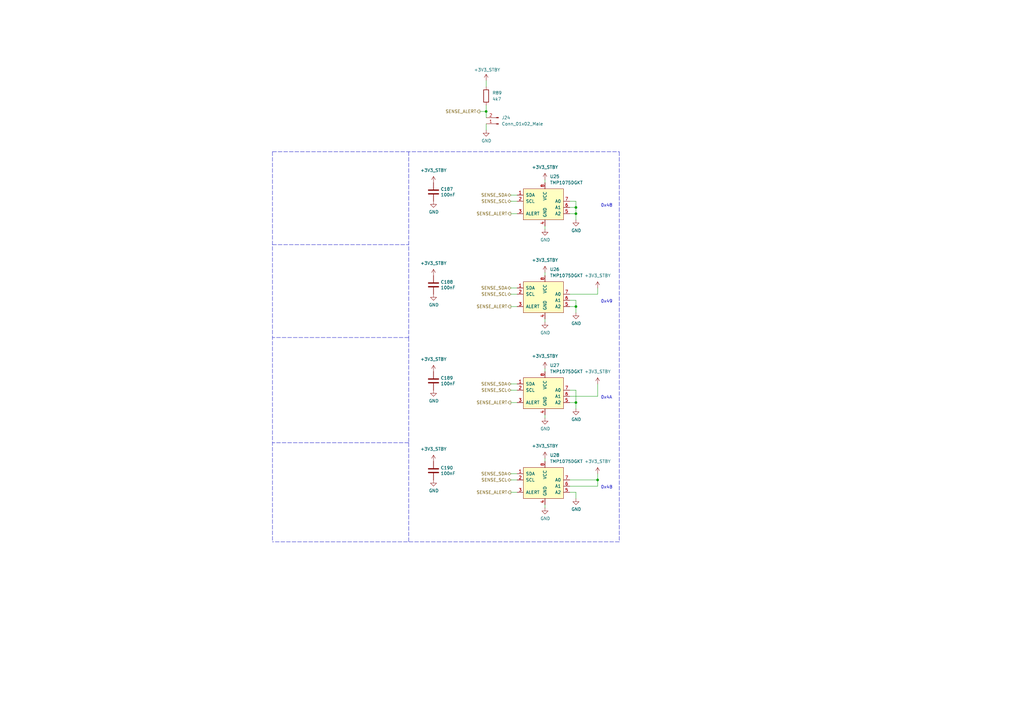
<source format=kicad_sch>
(kicad_sch (version 20211123) (generator eeschema)
  (paper "A3")
  (title_block (title "ATCA Template") (date "2023-01-05") (rev "1.0") (company "Karlsruhe Institute of Technology (KIT)") (comment 1 "Carsten Schmerbeck") (comment 2 "Luis Ardila") (comment 4 "Licensed under CERN-OHL-P v2"))
  (lib_symbols
    (symbol "Connector:Conn_01x02_Male" (pin_names (offset 1.016) hide)
      (property "Reference" "J" (at 0 2.54 0))
      (property "Value" "Conn_01x02_Male" (at 0 -5.08 0))
      (symbol "Conn_01x02_Male_1_1"
        (polyline (pts (xy 1.27 -2.54) (xy 0.8636 -2.54)) (stroke (width 0.1524)))
        (polyline (pts (xy 1.27 0) (xy 0.8636 0)) (stroke (width 0.1524)))
        (rectangle (start 0.8636 -2.413) (end 0 -2.667) (stroke (width 0.1524)) (fill (type outline)))
        (rectangle (start 0.8636 0.127) (end 0 -0.127) (stroke (width 0.1524)) (fill (type outline)))
        (pin passive line (at 5.08 0 180) (length 3.81) (name "Pin_1") (number "1"))
        (pin passive line (at 5.08 -2.54 180) (length 3.81) (name "Pin_2") (number "2"))
      )
    )
    (symbol "Device:C" (pin_numbers hide) (pin_names (offset 0.254))
      (property "Reference" "C" (at 0.635 2.54 0))
      (property "Value" "C" (at 0.635 -2.54 0))
      (symbol "C_0_1"
        (polyline (pts (xy -2.032 -0.762) (xy 2.032 -0.762)) (stroke (width 0.508)))
        (polyline (pts (xy -2.032 0.762) (xy 2.032 0.762)) (stroke (width 0.508)))
      )
      (symbol "C_1_1"
        (pin passive line (at 0 3.81 270) (length 2.794) (name "~") (number "1"))
        (pin passive line (at 0 -3.81 90) (length 2.794) (name "~") (number "2"))
      )
    )
    (symbol "Device:R" (pin_numbers hide) (pin_names (offset 0))
      (property "Reference" "R" (at 2.032 0 90))
      (property "Value" "R" (at 0 0 90))
      (symbol "R_0_1"
        (rectangle (start -1.016 -2.54) (end 1.016 2.54) (stroke (width 0.254)))
      )
      (symbol "R_1_1"
        (pin passive line (at 0 3.81 270) (length 1.27) (name "~") (number "1"))
        (pin passive line (at 0 -3.81 90) (length 1.27) (name "~") (number "2"))
      )
    )
    (symbol "KIT_Power:+3V3_STBY" (power) (pin_names (offset 0))
      (property "Value" "+3V3_STBY" (at 0 3.556 0))
      (symbol "+3V3_STBY_0_1"
        (polyline (pts (xy -0.762 1.27) (xy 0 2.54)))
        (polyline (pts (xy 0 0) (xy 0 2.54)))
        (polyline (pts (xy 0 2.54) (xy 0.762 1.27)))
      )
      (symbol "+3V3_STBY_1_1"
        (pin power_in line (at 0 0 90) (length 0) hide (name "+3V3_STBY") (number "1"))
      )
    )
    (symbol "KIT_Sensor_Temperature:TMP1075DGKT" (pin_names (offset 1.016))
      (property "Reference" "U25" (at 15.24 3.81 0))
      (property "Value" "TMP1075DGKT" (at 3.81 3.81 0))
      (symbol "TMP1075DGKT_0_1"
        (rectangle (start 2.54 2.54) (end 19.05 -10.16) (fill (type background)))
      )
      (symbol "TMP1075DGKT_1_1"
        (pin input line (at 0 0 0) (length 2.54) (name "SDA") (number "1"))
        (pin input line (at 0 -2.54 0) (length 2.54) (name "SCL") (number "2"))
        (pin open_collector line (at 0 -7.62 0) (length 2.54) (name "ALERT") (number "3"))
        (pin power_in line (at 11.43 -12.7 90) (length 2.54) (name "GND") (number "4"))
        (pin input line (at 21.59 -7.62 180) (length 2.54) (name "A2") (number "5"))
        (pin input line (at 21.59 -5.08 180) (length 2.54) (name "A1") (number "6"))
        (pin input line (at 21.59 -2.54 180) (length 2.54) (name "A0") (number "7"))
        (pin power_in line (at 11.43 5.08 270) (length 2.54) (name "VCC") (number "8"))
      )
    )
    (symbol "power:GND" (power) (pin_names (offset 0))
      (property "Value" "GND" (at 0 -3.81 0))
      (symbol "GND_0_1"
        (polyline (pts (xy 0 0) (xy 0 -1.27) (xy 1.27 -1.27) (xy 0 -2.54) (xy -1.27 -1.27) (xy 0 -1.27)))
      )
      (symbol "GND_1_1"
        (pin power_in line (at 0 0 270) (length 0) hide (name "GND") (number "1"))
      )
    )
  )
  (junction (at 236.22 125.73))
  (junction (at 199.39 45.72))
  (junction (at 236.22 85.09))
  (junction (at 245.11 196.85))
  (junction (at 236.22 165.1))
  (junction (at 236.22 87.63))
  (wire (pts (xy 209.55 82.55) (xy 212.09 82.55)))
  (wire (pts (xy 209.55 160.02) (xy 212.09 160.02)))
  (wire (pts (xy 199.39 43.18) (xy 199.39 45.72)))
  (wire (pts (xy 236.22 160.02) (xy 236.22 165.1)))
  (wire (pts (xy 199.39 50.8) (xy 199.39 53.34)))
  (wire (pts (xy 236.22 125.73) (xy 236.22 128.27)))
  (polyline (pts (xy 111.76 100.33) (xy 167.64 100.33)))
  (wire (pts (xy 245.11 118.11) (xy 245.11 120.65)))
  (wire (pts (xy 233.68 123.19) (xy 236.22 123.19)))
  (polyline (pts (xy 254 62.23) (xy 254 222.25)))
  (wire (pts (xy 223.52 187.96) (xy 223.52 189.23)))
  (wire (pts (xy 223.52 111.76) (xy 223.52 113.03)))
  (wire (pts (xy 233.68 199.39) (xy 245.11 199.39)))
  (wire (pts (xy 233.68 160.02) (xy 236.22 160.02)))
  (polyline (pts (xy 167.64 138.43) (xy 167.64 181.61)))
  (wire (pts (xy 236.22 201.93) (xy 236.22 204.47)))
  (wire (pts (xy 209.55 120.65) (xy 212.09 120.65)))
  (wire (pts (xy 199.39 33.02) (xy 199.39 35.56)))
  (wire (pts (xy 209.55 125.73) (xy 212.09 125.73)))
  (wire (pts (xy 233.68 162.56) (xy 245.11 162.56)))
  (wire (pts (xy 233.68 165.1) (xy 236.22 165.1)))
  (polyline (pts (xy 167.64 181.61) (xy 167.64 222.25)))
  (wire (pts (xy 236.22 165.1) (xy 236.22 167.64)))
  (wire (pts (xy 236.22 123.19) (xy 236.22 125.73)))
  (polyline (pts (xy 254 222.25) (xy 111.76 222.25)))
  (wire (pts (xy 245.11 162.56) (xy 245.11 157.48)))
  (wire (pts (xy 223.52 208.28) (xy 223.52 207.01)))
  (polyline (pts (xy 167.64 62.23) (xy 167.64 138.43)))
  (wire (pts (xy 223.52 132.08) (xy 223.52 130.81)))
  (wire (pts (xy 223.52 73.66) (xy 223.52 74.93)))
  (wire (pts (xy 236.22 85.09) (xy 236.22 87.63)))
  (wire (pts (xy 233.68 196.85) (xy 245.11 196.85)))
  (wire (pts (xy 209.55 201.93) (xy 212.09 201.93)))
  (polyline (pts (xy 111.76 62.23) (xy 111.76 222.25)))
  (polyline (pts (xy 167.64 138.43) (xy 111.76 138.43)))
  (wire (pts (xy 209.55 165.1) (xy 212.09 165.1)))
  (wire (pts (xy 223.52 93.98) (xy 223.52 92.71)))
  (wire (pts (xy 212.09 194.31) (xy 209.55 194.31)))
  (wire (pts (xy 233.68 85.09) (xy 236.22 85.09)))
  (wire (pts (xy 236.22 82.55) (xy 236.22 85.09)))
  (polyline (pts (xy 111.76 62.23) (xy 254 62.23)))
  (wire (pts (xy 209.55 87.63) (xy 212.09 87.63)))
  (wire (pts (xy 233.68 120.65) (xy 245.11 120.65)))
  (wire (pts (xy 245.11 196.85) (xy 245.11 194.31)))
  (wire (pts (xy 223.52 151.13) (xy 223.52 152.4)))
  (wire (pts (xy 209.55 196.85) (xy 212.09 196.85)))
  (wire (pts (xy 223.52 171.45) (xy 223.52 170.18)))
  (wire (pts (xy 199.39 45.72) (xy 199.39 48.26)))
  (wire (pts (xy 233.68 87.63) (xy 236.22 87.63)))
  (wire (pts (xy 233.68 201.93) (xy 236.22 201.93)))
  (wire (pts (xy 245.11 199.39) (xy 245.11 196.85)))
  (wire (pts (xy 236.22 87.63) (xy 236.22 90.17)))
  (polyline (pts (xy 167.64 181.61) (xy 111.76 181.61)))
  (wire (pts (xy 212.09 157.48) (xy 209.55 157.48)))
  (wire (pts (xy 199.39 45.72) (xy 196.85 45.72)))
  (wire (pts (xy 212.09 80.01) (xy 209.55 80.01)))
  (wire (pts (xy 233.68 125.73) (xy 236.22 125.73)))
  (wire (pts (xy 212.09 118.11) (xy 209.55 118.11)))
  (wire (pts (xy 233.68 82.55) (xy 236.22 82.55)))
  (text "0x4B" (at 246.38 200.66 0) (effects (font (size 1.27 1.27)) (justify left bottom)))
  (text "0x4A" (at 246.38 163.83 0) (effects (font (size 1.27 1.27)) (justify left bottom)))
  (text "0x49" (at 246.38 124.46 0) (effects (font (size 1.27 1.27)) (justify left bottom)))
  (text "0x48" (at 246.38 85.09 0) (effects (font (size 1.27 1.27)) (justify left bottom)))
  (hierarchical_label "SENSE_SCL" (shape bidirectional) (at 209.55 120.65 180))
  (hierarchical_label "SENSE_SDA" (shape bidirectional) (at 209.55 157.48 180))
  (hierarchical_label "SENSE_ALERT" (shape output) (at 209.55 201.93 180))
  (hierarchical_label "SENSE_SDA" (shape bidirectional) (at 209.55 80.01 180))
  (hierarchical_label "SENSE_ALERT" (shape output) (at 209.55 165.1 180))
  (hierarchical_label "SENSE_SCL" (shape bidirectional) (at 209.55 82.55 180))
  (hierarchical_label "SENSE_ALERT" (shape output) (at 209.55 87.63 180))
  (hierarchical_label "SENSE_ALERT" (shape output) (at 196.85 45.72 180))
  (hierarchical_label "SENSE_ALERT" (shape output) (at 209.55 125.73 180))
  (hierarchical_label "SENSE_SCL" (shape bidirectional) (at 209.55 160.02 180))
  (hierarchical_label "SENSE_SCL" (shape bidirectional) (at 209.55 196.85 180))
  (hierarchical_label "SENSE_SDA" (shape bidirectional) (at 209.55 194.31 180))
  (hierarchical_label "SENSE_SDA" (shape bidirectional) (at 209.55 118.11 180))
  (symbol (lib_id "power:GND") (at 236.22 128.27 0) (unit 1)
    (property "Reference" "#PWR0618" (effects hide))
    (property "Value" "GND" (at 236.347 132.6642 0))
  )
  (symbol (lib_id "power:GND") (at 223.52 132.08 0) (unit 1)
    (property "Reference" "#PWR0612" (effects hide))
    (property "Value" "GND" (at 223.647 136.4742 0))
  )
  (symbol (lib_id "KIT_Power:+3V3_STBY") (at 223.52 111.76 0) (unit 1)
    (property "Reference" "#PWR0611" (effects hide))
    (property "Value" "+3V3_STBY" (at 223.52 106.68 0))
  )
  (symbol (lib_id "power:GND") (at 199.39 53.34 0) (unit 1)
    (property "Reference" "#PWR0543" (effects hide))
    (property "Value" "GND" (at 199.517 57.7342 0))
  )
  (symbol (lib_id "KIT_Power:+3V3_STBY") (at 199.39 33.02 0) (unit 1)
    (property "Reference" "#PWR0542" (effects hide))
    (property "Value" "+3V3_STBY" (at 199.771 28.6258 0))
  )
  (symbol (lib_id "KIT_Sensor_Temperature:TMP1075DGKT") (at 212.09 118.11 0) (unit 1)
    (property "Reference" "U26" (at 225.5394 110.49 0) (effects (justify left)))
    (property "Value" "TMP1075DGKT" (at 225.5394 113.03 0) (effects (justify left)))
    (property "Footprint" "Package_SO:VSSOP-8_3.0x3.0mm_P0.65mm" (effects hide))
    (property "Datasheet" "https://www.ti.com/lit/ds/symlink/tmp1075.pdf" (effects hide))
    (property "digikey#" "296-50245-1-ND" (effects hide))
    (property "manf" "Texas Instruments" (effects hide))
    (property "manf#" "TMP1075DGKT" (effects hide))
    (property "stock" "Serenity: 50" (effects hide))
  )
  (symbol (lib_id "KIT_Power:+3V3_STBY") (at 177.8 189.23 0) (unit 1)
    (property "Reference" "#PWR0607" (effects hide))
    (property "Value" "+3V3_STBY" (at 177.8 184.15 0))
  )
  (symbol (lib_id "KIT_Power:+3V3_STBY") (at 177.8 74.93 0) (unit 1)
    (property "Reference" "#PWR0601" (effects hide))
    (property "Value" "+3V3_STBY" (at 177.8 69.85 0))
  )
  (symbol (lib_id "power:GND") (at 177.8 160.02 0) (unit 1)
    (property "Reference" "#PWR0606" (effects hide))
    (property "Value" "GND" (at 177.927 164.4142 0))
  )
  (symbol (lib_id "KIT_Power:+3V3_STBY") (at 177.8 113.03 0) (unit 1)
    (property "Reference" "#PWR0603" (effects hide))
    (property "Value" "+3V3_STBY" (at 177.8 107.95 0))
  )
  (symbol (lib_id "power:GND") (at 223.52 208.28 0) (unit 1)
    (property "Reference" "#PWR0616" (effects hide))
    (property "Value" "GND" (at 223.647 212.6742 0))
  )
  (symbol (lib_id "KIT_Power:+3V3_STBY") (at 223.52 151.13 0) (unit 1)
    (property "Reference" "#PWR0613" (effects hide))
    (property "Value" "+3V3_STBY" (at 223.52 146.05 0))
  )
  (symbol (lib_id "power:GND") (at 236.22 90.17 0) (unit 1)
    (property "Reference" "#PWR0617" (effects hide))
    (property "Value" "GND" (at 236.347 94.5642 0))
  )
  (symbol (lib_id "KIT_Sensor_Temperature:TMP1075DGKT") (at 212.09 194.31 0) (unit 1)
    (property "Reference" "U28" (at 225.5394 186.69 0) (effects (justify left)))
    (property "Value" "TMP1075DGKT" (at 225.5394 189.23 0) (effects (justify left)))
    (property "Footprint" "Package_SO:VSSOP-8_3.0x3.0mm_P0.65mm" (effects hide))
    (property "Datasheet" "https://www.ti.com/lit/ds/symlink/tmp1075.pdf" (effects hide))
    (property "digikey#" "296-50245-1-ND" (effects hide))
    (property "manf" "Texas Instruments" (effects hide))
    (property "manf#" "TMP1075DGKT" (effects hide))
    (property "stock" "Serenity: 50" (effects hide))
  )
  (symbol (lib_id "KIT_Power:+3V3_STBY") (at 223.52 187.96 0) (unit 1)
    (property "Reference" "#PWR0615" (effects hide))
    (property "Value" "+3V3_STBY" (at 223.52 182.88 0))
  )
  (symbol (lib_id "Device:C") (at 177.8 78.74 0) (unit 1)
    (property "Reference" "C187" (at 180.721 77.5716 0) (effects (justify left)))
    (property "Value" "100nF" (at 180.721 79.883 0) (effects (justify left)))
    (property "Footprint" "Capacitor_SMD:C_0402_1005Metric" (effects hide))
    (property "info" "25 V" (effects hide))
    (property "stock" "AVT-IPE" (effects hide))
    (property "voltage" "16 V" (effects hide))
  )
  (symbol (lib_id "KIT_Sensor_Temperature:TMP1075DGKT") (at 212.09 80.01 0) (unit 1)
    (property "Reference" "U25" (at 225.5394 72.39 0) (effects (justify left)))
    (property "Value" "TMP1075DGKT" (at 225.5394 74.93 0) (effects (justify left)))
    (property "Footprint" "Package_SO:VSSOP-8_3.0x3.0mm_P0.65mm" (effects hide))
    (property "Datasheet" "https://www.ti.com/lit/ds/symlink/tmp1075.pdf" (effects hide))
    (property "digikey#" "296-50245-1-ND" (effects hide))
    (property "manf" "Texas Instruments" (effects hide))
    (property "manf#" "TMP1075DGKT" (effects hide))
    (property "stock" "Serenity: 50" (effects hide))
  )
  (symbol (lib_id "KIT_Power:+3V3_STBY") (at 245.11 118.11 0) (unit 1)
    (property "Reference" "#PWR0621" (effects hide))
    (property "Value" "+3V3_STBY" (at 245.11 113.03 0))
  )
  (symbol (lib_id "power:GND") (at 223.52 171.45 0) (unit 1)
    (property "Reference" "#PWR0614" (effects hide))
    (property "Value" "GND" (at 223.647 175.8442 0))
  )
  (symbol (lib_id "Device:C") (at 177.8 116.84 0) (unit 1)
    (property "Reference" "C188" (at 180.721 115.6716 0) (effects (justify left)))
    (property "Value" "100nF" (at 180.721 117.983 0) (effects (justify left)))
    (property "Footprint" "Capacitor_SMD:C_0402_1005Metric" (effects hide))
    (property "info" "25 V" (effects hide))
    (property "stock" "AVT-IPE" (effects hide))
    (property "voltage" "16 V" (effects hide))
  )
  (symbol (lib_id "Device:C") (at 177.8 193.04 0) (unit 1)
    (property "Reference" "C190" (at 180.721 191.8716 0) (effects (justify left)))
    (property "Value" "100nF" (at 180.721 194.183 0) (effects (justify left)))
    (property "Footprint" "Capacitor_SMD:C_0402_1005Metric" (effects hide))
    (property "info" "25 V" (effects hide))
    (property "stock" "AVT-IPE" (effects hide))
    (property "voltage" "16 V" (effects hide))
  )
  (symbol (lib_id "power:GND") (at 177.8 82.55 0) (unit 1)
    (property "Reference" "#PWR0602" (effects hide))
    (property "Value" "GND" (at 177.927 86.9442 0))
  )
  (symbol (lib_id "KIT_Power:+3V3_STBY") (at 223.52 73.66 0) (unit 1)
    (property "Reference" "#PWR0609" (effects hide))
    (property "Value" "+3V3_STBY" (at 223.52 68.58 0))
  )
  (symbol (lib_id "Device:C") (at 177.8 156.21 0) (unit 1)
    (property "Reference" "C189" (at 180.721 155.0416 0) (effects (justify left)))
    (property "Value" "100nF" (at 180.721 157.353 0) (effects (justify left)))
    (property "Footprint" "Capacitor_SMD:C_0402_1005Metric" (effects hide))
    (property "info" "25 V" (effects hide))
    (property "stock" "AVT-IPE" (effects hide))
    (property "voltage" "16 V" (effects hide))
  )
  (symbol (lib_id "KIT_Sensor_Temperature:TMP1075DGKT") (at 212.09 157.48 0) (unit 1)
    (property "Reference" "U27" (at 225.5394 149.86 0) (effects (justify left)))
    (property "Value" "TMP1075DGKT" (at 225.5394 152.4 0) (effects (justify left)))
    (property "Footprint" "Package_SO:VSSOP-8_3.0x3.0mm_P0.65mm" (effects hide))
    (property "Datasheet" "https://www.ti.com/lit/ds/symlink/tmp1075.pdf" (effects hide))
    (property "digikey#" "296-50245-1-ND" (effects hide))
    (property "manf" "Texas Instruments" (effects hide))
    (property "manf#" "TMP1075DGKT" (effects hide))
    (property "stock" "Serenity: 50" (effects hide))
  )
  (symbol (lib_id "KIT_Power:+3V3_STBY") (at 245.11 194.31 0) (unit 1)
    (property "Reference" "#PWR0623" (effects hide))
    (property "Value" "+3V3_STBY" (at 245.11 189.23 0))
  )
  (symbol (lib_id "power:GND") (at 223.52 93.98 0) (unit 1)
    (property "Reference" "#PWR0610" (effects hide))
    (property "Value" "GND" (at 223.647 98.3742 0))
  )
  (symbol (lib_id "KIT_Power:+3V3_STBY") (at 177.8 152.4 0) (unit 1)
    (property "Reference" "#PWR0605" (effects hide))
    (property "Value" "+3V3_STBY" (at 177.8 147.32 0))
  )
  (symbol (lib_id "power:GND") (at 177.8 196.85 0) (unit 1)
    (property "Reference" "#PWR0608" (effects hide))
    (property "Value" "GND" (at 177.927 201.2442 0))
  )
  (symbol (lib_id "Device:R") (at 199.39 39.37 0) (unit 1)
    (property "Reference" "R89" (at 201.93 38.0999 0) (effects (justify left)))
    (property "Value" "4k7" (at 201.93 40.6399 0) (effects (justify left)))
    (property "Footprint" "Resistor_SMD:R_0402_1005Metric" (effects hide))
    (property "stock" "AVT-IPE" (effects hide))
    (property "digikey#" "A129635CT-ND" (effects hide))
    (property "manf" "TE" (effects hide))
    (property "manf#" "CRGCQ0402F4K7" (effects hide))
  )
  (symbol (lib_id "Connector:Conn_01x02_Male") (at 204.47 50.8 180) (unit 1)
    (property "Reference" "J24" (at 205.74 48.2599 0) (effects (justify right)))
    (property "Value" "Conn_01x02_Male" (at 205.74 50.7999 0) (effects (justify right)))
    (property "Footprint" "Connector_PinHeader_2.54mm:PinHeader_1x02_P2.54mm_Vertical" (effects hide))
  )
  (symbol (lib_id "power:GND") (at 236.22 167.64 0) (unit 1)
    (property "Reference" "#PWR0619" (effects hide))
    (property "Value" "GND" (at 236.347 172.0342 0))
  )
  (symbol (lib_id "KIT_Power:+3V3_STBY") (at 245.11 157.48 0) (unit 1)
    (property "Reference" "#PWR0622" (effects hide))
    (property "Value" "+3V3_STBY" (at 245.11 152.4 0))
  )
  (symbol (lib_id "power:GND") (at 177.8 120.65 0) (unit 1)
    (property "Reference" "#PWR0604" (effects hide))
    (property "Value" "GND" (at 177.927 125.0442 0))
  )
  (symbol (lib_id "power:GND") (at 236.22 204.47 0) (unit 1)
    (property "Reference" "#PWR0620" (effects hide))
    (property "Value" "GND" (at 236.347 208.8642 0))
  )
)
</source>
